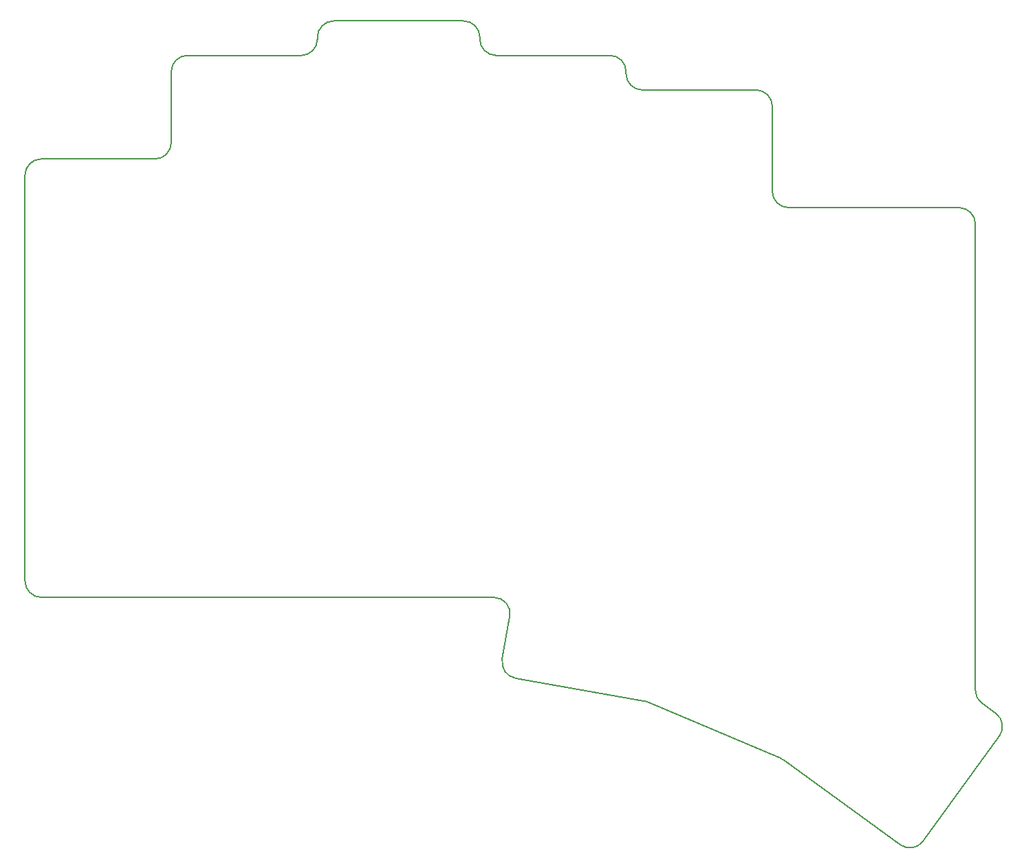
<source format=gbr>
%TF.GenerationSoftware,KiCad,Pcbnew,6.0.5*%
%TF.CreationDate,2022-06-05T22:04:44+02:00*%
%TF.ProjectId,main,6d61696e-2e6b-4696-9361-645f70636258,v1.0.0*%
%TF.SameCoordinates,Original*%
%TF.FileFunction,Profile,NP*%
%FSLAX46Y46*%
G04 Gerber Fmt 4.6, Leading zero omitted, Abs format (unit mm)*
G04 Created by KiCad (PCBNEW 6.0.5) date 2022-06-05 22:04:44*
%MOMM*%
%LPD*%
G01*
G04 APERTURE LIST*
%TA.AperFunction,Profile*%
%ADD10C,0.150000*%
%TD*%
G04 APERTURE END LIST*
D10*
X8000000Y-8000000D02*
X8000000Y42000000D01*
X125824430Y-23070993D02*
X127521620Y-24304075D01*
X84629407Y-22875260D02*
X101014748Y-29830424D01*
X10000000Y44000000D02*
G75*
G03*
X8000000Y42000000I0J-2000000D01*
G01*
X44000000Y58750000D02*
X44000000Y59000000D01*
X64000000Y59000000D02*
G75*
G03*
X62000000Y61000000I-2000000J0D01*
G01*
X18000000Y-10010000D02*
X65724954Y-10010000D01*
X64000000Y59000000D02*
X64000000Y58750000D01*
X82000000Y54750000D02*
X82000000Y54500000D01*
X66000000Y56750000D02*
X80000000Y56750000D01*
X101408856Y-30053400D02*
X115765915Y-40484414D01*
X26000000Y46000000D02*
X26000000Y54750000D01*
X67694613Y-12357304D02*
G75*
G03*
X65724954Y-10010001I-1969613J347304D01*
G01*
X118559520Y-40041951D02*
X127964084Y-27097679D01*
X127964065Y-27097665D02*
G75*
G03*
X127521620Y-24304075I-1618065J1175565D01*
G01*
X28000000Y56750000D02*
X42000000Y56750000D01*
X115765924Y-40484402D02*
G75*
G03*
X118559520Y-40041951I1175576J1618002D01*
G01*
X82000000Y54750000D02*
G75*
G03*
X80000000Y56750000I-2000000J0D01*
G01*
X24000000Y44000000D02*
G75*
G03*
X26000000Y46000000I0J2000000D01*
G01*
X125000000Y36000000D02*
G75*
G03*
X123000000Y38000000I-2000000J0D01*
G01*
X100000000Y40000000D02*
X100000000Y50500000D01*
X100000000Y50500000D02*
G75*
G03*
X98000000Y52500000I-2000000J0D01*
G01*
X125000033Y-21452959D02*
G75*
G03*
X125824430Y-23070993I1999967J-41D01*
G01*
X18000000Y-10000000D02*
X18000000Y-10010000D01*
X64000000Y58750000D02*
G75*
G03*
X66000000Y56750000I2000000J0D01*
G01*
X84000000Y52500000D02*
X98000000Y52500000D01*
X101408855Y-30053401D02*
G75*
G03*
X101014748Y-29830424I-1175555J-1617999D01*
G01*
X84629404Y-22875267D02*
G75*
G03*
X84195241Y-22746654I-781504J-1841033D01*
G01*
X66762737Y-17641980D02*
X67694569Y-12357296D01*
X100000000Y40000000D02*
G75*
G03*
X102000000Y38000000I2000000J0D01*
G01*
X123000000Y38000000D02*
X102000000Y38000000D01*
X8000000Y-8000000D02*
G75*
G03*
X10000000Y-10000000I2000000J0D01*
G01*
X46000000Y61000000D02*
G75*
G03*
X44000000Y59000000I0J-2000000D01*
G01*
X46000000Y61000000D02*
X62000000Y61000000D01*
X68385056Y-19958892D02*
X84195241Y-22746654D01*
X10000000Y44000000D02*
X24000000Y44000000D01*
X18000000Y-10000000D02*
X10000000Y-10000000D01*
X28000000Y56750000D02*
G75*
G03*
X26000000Y54750000I0J-2000000D01*
G01*
X42000000Y56750000D02*
G75*
G03*
X44000000Y58750000I0J2000000D01*
G01*
X125000000Y-21452959D02*
X125000000Y36000000D01*
X66762801Y-17641991D02*
G75*
G03*
X68385056Y-19958893I1969599J-347309D01*
G01*
X82000000Y54500000D02*
G75*
G03*
X84000000Y52500000I2000000J0D01*
G01*
M02*

</source>
